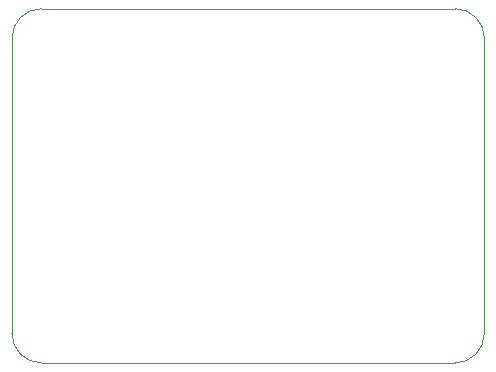
<source format=gbr>
G04*
G04 #@! TF.GenerationSoftware,Altium Limited,Altium Designer,24.9.1 (31)*
G04*
G04 Layer_Color=0*
%FSLAX25Y25*%
%MOIN*%
G70*
G04*
G04 #@! TF.SameCoordinates,21B9ACB0-0D47-4127-AC64-11D31CE697AE*
G04*
G04*
G04 #@! TF.FilePolarity,Positive*
G04*
G01*
G75*
%ADD51C,0.00100*%
D51*
X39370Y9843D02*
Y108268D01*
D02*
G02*
X49213Y118110I9843J-0D01*
G01*
X187008D01*
D02*
G02*
X196850Y108268I0J-9843D01*
G01*
Y9843D01*
D02*
G02*
X187008Y0I-9843J-0D01*
G01*
X49213D01*
D02*
G02*
X39370Y9843I0J9843D01*
G01*
M02*

</source>
